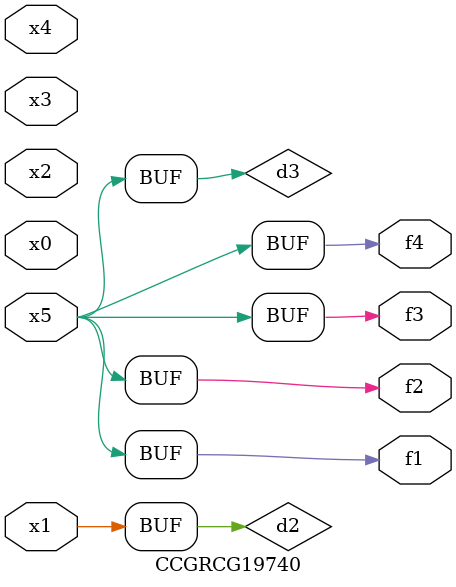
<source format=v>
module CCGRCG19740(
	input x0, x1, x2, x3, x4, x5,
	output f1, f2, f3, f4
);

	wire d1, d2, d3;

	not (d1, x5);
	or (d2, x1);
	xnor (d3, d1);
	assign f1 = d3;
	assign f2 = d3;
	assign f3 = d3;
	assign f4 = d3;
endmodule

</source>
